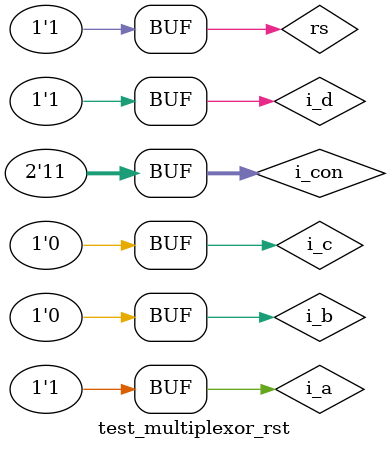
<source format=v>
`timescale 1ns / 1ps


module test_multiplexor_rst;

	// Inputs
	reg i_a;
	reg i_b;
	reg i_c;
	reg i_d;
	reg [0:1] i_con;
	reg rs;

	// Outputs
	wire o_a;

	// Instantiate the Unit Under Test (UUT)
	Multiplexor_reset uut (
		.i_a(i_a), 
		.i_b(i_b), 
		.i_c(i_c), 
		.i_d(i_d), 
		.i_con(i_con), 
		.o_a(o_a), 
		.rs(rs)
	);

	initial begin
		// Initialize Inputs
		i_a = 1;
		i_b = 0;
		i_c = 0;
		i_d = 1;
		
		i_con = 01;
		rs = 0;
		// Wait 100 ns for global reset to finish
		#100;
        
		i_con = 00;
		rs = 0;
		// Wait 100 ns for global reset to finish
		#100;
		
		i_con = 11;
		rs = 0;
		// Wait 100 ns for global reset to finish
		#100;
		// Add stimulus here

		i_con = 11;
		rs = 1; 

		// Wait 100 ns for global reset to finish
		#100;
	end
      
endmodule


</source>
